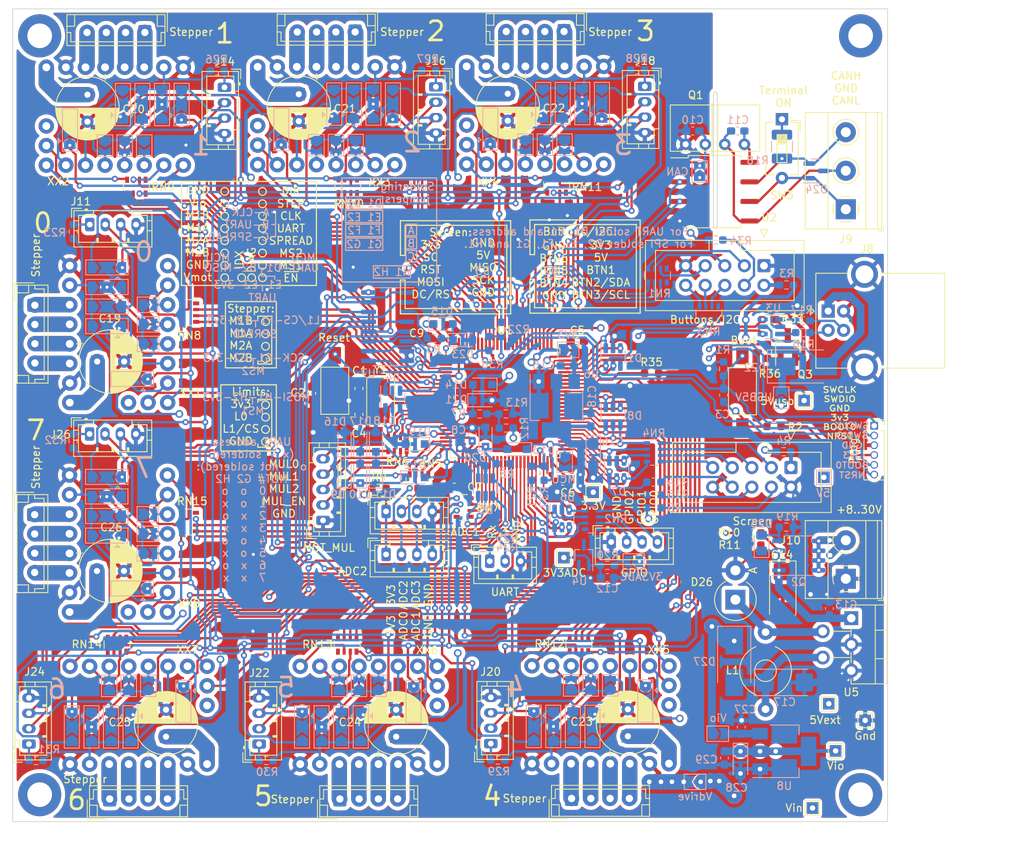
<source format=kicad_pcb>
(kicad_pcb (version 20211014) (generator pcbnew)

  (general
    (thickness 4.69)
  )

  (paper "A4")
  (layers
    (0 "F.Cu" signal)
    (1 "In1.Cu" power "Ground.Cu")
    (2 "In2.Cu" power "Power.Cu")
    (31 "B.Cu" signal)
    (32 "B.Adhes" user "B.Adhesive")
    (33 "F.Adhes" user "F.Adhesive")
    (34 "B.Paste" user)
    (35 "F.Paste" user)
    (36 "B.SilkS" user "B.Silkscreen")
    (37 "F.SilkS" user "F.Silkscreen")
    (38 "B.Mask" user)
    (39 "F.Mask" user)
    (40 "Dwgs.User" user "User.Drawings")
    (41 "Cmts.User" user "User.Comments")
    (42 "Eco1.User" user "User.Eco1")
    (43 "Eco2.User" user "User.Eco2")
    (44 "Edge.Cuts" user)
    (45 "Margin" user)
    (46 "B.CrtYd" user "B.Courtyard")
    (47 "F.CrtYd" user "F.Courtyard")
    (48 "B.Fab" user)
    (49 "F.Fab" user)
    (50 "User.1" user)
    (51 "User.2" user)
    (52 "User.3" user)
    (53 "User.4" user)
    (54 "User.5" user)
    (55 "User.6" user)
    (56 "User.7" user)
    (57 "User.8" user)
    (58 "User.9" user)
  )

  (setup
    (stackup
      (layer "F.SilkS" (type "Top Silk Screen"))
      (layer "F.Paste" (type "Top Solder Paste"))
      (layer "F.Mask" (type "Top Solder Mask") (thickness 0.01))
      (layer "F.Cu" (type "copper") (thickness 0.035))
      (layer "dielectric 1" (type "core") (thickness 1.51) (material "FR4") (epsilon_r 4.5) (loss_tangent 0.02))
      (layer "In1.Cu" (type "copper") (thickness 0.035))
      (layer "dielectric 2" (type "prepreg") (thickness 1.51) (material "FR4") (epsilon_r 4.5) (loss_tangent 0.02))
      (layer "In2.Cu" (type "copper") (thickness 0.035))
      (layer "dielectric 3" (type "core") (thickness 1.51) (material "FR4") (epsilon_r 4.5) (loss_tangent 0.02))
      (layer "B.Cu" (type "copper") (thickness 0.035))
      (layer "B.Mask" (type "Bottom Solder Mask") (thickness 0.01))
      (layer "B.Paste" (type "Bottom Solder Paste"))
      (layer "B.SilkS" (type "Bottom Silk Screen"))
      (copper_finish "None")
      (dielectric_constraints no)
    )
    (pad_to_mask_clearance 0)
    (pcbplotparams
      (layerselection 0x00010fc_ffffffff)
      (disableapertmacros false)
      (usegerberextensions false)
      (usegerberattributes true)
      (usegerberadvancedattributes true)
      (creategerberjobfile true)
      (svguseinch false)
      (svgprecision 6)
      (excludeedgelayer true)
      (plotframeref false)
      (viasonmask false)
      (mode 1)
      (useauxorigin false)
      (hpglpennumber 1)
      (hpglpenspeed 20)
      (hpglpendiameter 15.000000)
      (dxfpolygonmode true)
      (dxfimperialunits true)
      (dxfusepcbnewfont true)
      (psnegative false)
      (psa4output false)
      (plotreference true)
      (plotvalue true)
      (plotinvisibletext false)
      (sketchpadsonfab false)
      (subtractmaskfromsilk false)
      (outputformat 1)
      (mirror false)
      (drillshape 0)
      (scaleselection 1)
      (outputdirectory "gerbers/")
    )
  )

  (net 0 "")
  (net 1 "/MCU base/OSC_IN")
  (net 2 "GND")
  (net 3 "/MCU base/NRST")
  (net 4 "/MCU base/BOOT0")
  (net 5 "+3V3")
  (net 6 "/MCU base/OSC_OUT")
  (net 7 "unconnected-(D1-Pad4)")
  (net 8 "/MCU base/BTN1")
  (net 9 "/MCU base/BTN2_SDA")
  (net 10 "/MCU base/SWDIO")
  (net 11 "/MCU base/BTN3_SCL")
  (net 12 "/MCU base/SWCLK")
  (net 13 "M4_L0")
  (net 14 "M4_L1")
  (net 15 "/MCU base/BTN4")
  (net 16 "/MCU base/BTN5")
  (net 17 "/MCU base/BTN6")
  (net 18 "M3_L1")
  (net 19 "M3_L0")
  (net 20 "M2_L1")
  (net 21 "M2_L0")
  (net 22 "M1_L0")
  (net 23 "M1_L1")
  (net 24 "/MCU base/SCRN_DCRS")
  (net 25 "/MCU base/SCRN_SCK")
  (net 26 "/MCU base/SCRN_MISO")
  (net 27 "/MCU base/SCRN_MOSI")
  (net 28 "/MCU base/SCRN_RST")
  (net 29 "/MCU base/SCRN_CS")
  (net 30 "M6_L1")
  (net 31 "M6_L0")
  (net 32 "M5_L1")
  (net 33 "M5_L0")
  (net 34 "/MCU base/A0")
  (net 35 "/MCU base/A1")
  (net 36 "/MCU base/A2")
  (net 37 "/MCU base/A3")
  (net 38 "/MCU base/A4")
  (net 39 "/MCU base/A5")
  (net 40 "Net-(J1-Pad4)")
  (net 41 "Net-(J2-Pad2)")
  (net 42 "Net-(J2-Pad3)")
  (net 43 "Net-(J2-Pad5)")
  (net 44 "Net-(J2-Pad6)")
  (net 45 "Net-(J2-Pad7)")
  (net 46 "Net-(J2-Pad8)")
  (net 47 "ADC2")
  (net 48 "ADC3")
  (net 49 "ADC4")
  (net 50 "ADC5")
  (net 51 "+5V")
  (net 52 "ADC0")
  (net 53 "Vdrive")
  (net 54 "ADC1")
  (net 55 "unconnected-(RN1-Pad4)")
  (net 56 "unconnected-(RN1-Pad5)")
  (net 57 "MUL0")
  (net 58 "MUL1")
  (net 59 "MUL2")
  (net 60 "MUL_EN")
  (net 61 "M1_EN")
  (net 62 "M1_DIR")
  (net 63 "M1_STEP")
  (net 64 "+3.3VADC")
  (net 65 "TMC_SCK")
  (net 66 "TMC_MISO")
  (net 67 "TMC_MOSI")
  (net 68 "USART3_TX")
  (net 69 "M6_STEP")
  (net 70 "M6_DIR")
  (net 71 "M6_EN")
  (net 72 "M5_STEP")
  (net 73 "M5_DIR")
  (net 74 "M5_EN")
  (net 75 "USB_DM")
  (net 76 "USB_DP")
  (net 77 "M4_STEP")
  (net 78 "M4_EN")
  (net 79 "M4_DIR")
  (net 80 "CAN_RX")
  (net 81 "CAN_TX")
  (net 82 "USART2_TX")
  (net 83 "M3_DIR")
  (net 84 "M3_STEP")
  (net 85 "M3_EN")
  (net 86 "M2_STEP")
  (net 87 "M2_DIR")
  (net 88 "M2_EN")
  (net 89 "Net-(J2-Pad10)")
  (net 90 "Net-(C10-Pad1)")
  (net 91 "/MCU base/MOT_MUL0")
  (net 92 "/MCU base/MOT_MUL1")
  (net 93 "/MCU base/MOT_MUL2")
  (net 94 "/MCU base/MOT_MUL_EN")
  (net 95 "Net-(J6-Pad2)")
  (net 96 "Net-(J6-Pad3)")
  (net 97 "Net-(J6-Pad4)")
  (net 98 "Net-(J6-Pad5)")
  (net 99 "Net-(C11-Pad1)")
  (net 100 "Earth")
  (net 101 "Net-(C15-Pad1)")
  (net 102 "Net-(C17-Pad1)")
  (net 103 "Net-(D22-Pad1)")
  (net 104 "/VB")
  (net 105 "Net-(J3-Pad8)")
  (net 106 "/MCU base/OUT1")
  (net 107 "/MCU base/OUT0")
  (net 108 "/MCU base/OUT2")
  (net 109 "Net-(J7-Pad2)")
  (net 110 "Net-(J7-Pad3)")
  (net 111 "unconnected-(RN2-Pad4)")
  (net 112 "unconnected-(RN2-Pad5)")
  (net 113 "Net-(J7-Pad4)")
  (net 114 "/CANL")
  (net 115 "/CANH")
  (net 116 "Net-(D25-Pad2)")
  (net 117 "Net-(D26-Pad1)")
  (net 118 "Net-(J3-Pad1)")
  (net 119 "Net-(J3-Pad3)")
  (net 120 "Net-(J3-Pad4)")
  (net 121 "Net-(J3-Pad5)")
  (net 122 "Net-(J3-Pad6)")
  (net 123 "Net-(J3-Pad7)")
  (net 124 "Net-(J3-Pad9)")
  (net 125 "Net-(J4-Pad1)")
  (net 126 "Net-(J8-Pad2)")
  (net 127 "Net-(J8-Pad3)")
  (net 128 "Net-(J10-Pad2)")
  (net 129 "Net-(JP4-Pad2)")
  (net 130 "/Motors/Vm")
  (net 131 "/Motors/USART0-3")
  (net 132 "/Motors/MOSI")
  (net 133 "Net-(JP8-Pad1)")
  (net 134 "/Motors/SCK")
  (net 135 "Net-(JP13-Pad1)")
  (net 136 "/Motors/MISO")
  (net 137 "unconnected-(RN8-Pad8)")
  (net 138 "unconnected-(RN8-Pad1)")
  (net 139 "Net-(R16-Pad2)")
  (net 140 "Net-(R17-Pad2)")
  (net 141 "Net-(R18-Pad1)")
  (net 142 "/Motors/USART4-7")
  (net 143 "/Motors/DIAG4")
  (net 144 "/Motors/DIAG6")
  (net 145 "/Motors/DIAG7")
  (net 146 "/Motors/DIAG5")
  (net 147 "/Motors/DIAG3")
  (net 148 "/Motors/DIAG0")
  (net 149 "/Motors/DIAG1")
  (net 150 "/Motors/DIAG2")
  (net 151 "unconnected-(XX1-Pad18)")
  (net 152 "/Motors/stepper_M1/U")
  (net 153 "Net-(J11-Pad1)")
  (net 154 "/Motors/stepper_M1/~{ENx}")
  (net 155 "/Motors/stepper_M1/STEPx")
  (net 156 "/Motors/stepper_M1/DIRx")
  (net 157 "/MCU base/USART1_RX")
  (net 158 "/Motors/stepper_M1/MS1")
  (net 159 "/Motors/stepper_M1/MS2")
  (net 160 "/Motors/stepper_M1/SPR")
  (net 161 "/Motors/stepper_M1/CLK")
  (net 162 "/MCU base/USART1_TX")
  (net 163 "Net-(J13-Pad2)")
  (net 164 "Net-(J13-Pad1)")
  (net 165 "M0_L1")
  (net 166 "M0_L0")
  (net 167 "Net-(J12-Pad4)")
  (net 168 "Net-(J12-Pad3)")
  (net 169 "Net-(J12-Pad2)")
  (net 170 "Net-(J12-Pad1)")
  (net 171 "M0_STEP")
  (net 172 "M0_DIR")
  (net 173 "M0_EN")
  (net 174 "M7_L0")
  (net 175 "M7_L1")
  (net 176 "M7_DIR")
  (net 177 "M7_EN")
  (net 178 "M7_STEP")
  (net 179 "MCU3v3")
  (net 180 "unconnected-(RN7-Pad5)")
  (net 181 "unconnected-(RN7-Pad4)")
  (net 182 "Net-(J14-Pad1)")
  (net 183 "Net-(J15-Pad1)")
  (net 184 "Net-(J15-Pad2)")
  (net 185 "Net-(J15-Pad3)")
  (net 186 "Net-(J15-Pad4)")
  (net 187 "Net-(JP16-Pad1)")
  (net 188 "/Motors/stepper_M2/U")
  (net 189 "/Motors/stepper_M2/MS1")
  (net 190 "/Motors/stepper_M2/MS2")
  (net 191 "/Motors/stepper_M2/SPR")
  (net 192 "Net-(JP21-Pad1)")
  (net 193 "/Motors/stepper_M2/CLK")
  (net 194 "/Motors/stepper_M2/DIRx")
  (net 195 "/Motors/stepper_M2/STEPx")
  (net 196 "/Motors/stepper_M2/~{ENx}")
  (net 197 "unconnected-(RN9-Pad1)")
  (net 198 "unconnected-(RN9-Pad8)")
  (net 199 "unconnected-(XX2-Pad18)")
  (net 200 "Net-(J16-Pad1)")
  (net 201 "Net-(J17-Pad1)")
  (net 202 "Net-(J17-Pad2)")
  (net 203 "Net-(J17-Pad3)")
  (net 204 "Net-(J17-Pad4)")
  (net 205 "Net-(JP24-Pad1)")
  (net 206 "/Motors/stepper_M3/U")
  (net 207 "/Motors/stepper_M3/MS1")
  (net 208 "/Motors/stepper_M3/MS2")
  (net 209 "/Motors/stepper_M3/SPR")
  (net 210 "Net-(JP29-Pad1)")
  (net 211 "/Motors/stepper_M3/CLK")
  (net 212 "unconnected-(RN10-Pad1)")
  (net 213 "/Motors/stepper_M3/DIRx")
  (net 214 "/Motors/stepper_M3/STEPx")
  (net 215 "/Motors/stepper_M3/~{ENx}")
  (net 216 "unconnected-(RN10-Pad8)")
  (net 217 "unconnected-(XX3-Pad18)")
  (net 218 "Net-(J18-Pad1)")
  (net 219 "Net-(J19-Pad1)")
  (net 220 "Net-(J19-Pad2)")
  (net 221 "Net-(J19-Pad3)")
  (net 222 "Net-(J19-Pad4)")
  (net 223 "Net-(JP32-Pad1)")
  (net 224 "/Motors/stepper_M4/U")
  (net 225 "/Motors/stepper_M4/MS1")
  (net 226 "/Motors/stepper_M4/MS2")
  (net 227 "/Motors/stepper_M4/SPR")
  (net 228 "Net-(JP37-Pad1)")
  (net 229 "/Motors/stepper_M4/CLK")
  (net 230 "unconnected-(RN11-Pad1)")
  (net 231 "/Motors/stepper_M4/DIRx")
  (net 232 "/Motors/stepper_M4/STEPx")
  (net 233 "/Motors/stepper_M4/~{ENx}")
  (net 234 "unconnected-(RN11-Pad8)")
  (net 235 "unconnected-(XX4-Pad18)")
  (net 236 "Net-(J20-Pad1)")
  (net 237 "Net-(J21-Pad1)")
  (net 238 "Net-(J21-Pad2)")
  (net 239 "Net-(J21-Pad3)")
  (net 240 "Net-(J21-Pad4)")
  (net 241 "Net-(JP40-Pad1)")
  (net 242 "/Motors/stepper_M5/U")
  (net 243 "/Motors/stepper_M5/MS1")
  (net 244 "/Motors/stepper_M5/MS2")
  (net 245 "/Motors/stepper_M5/SPR")
  (net 246 "Net-(JP45-Pad1)")
  (net 247 "/Motors/stepper_M5/CLK")
  (net 248 "unconnected-(RN12-Pad1)")
  (net 249 "/Motors/stepper_M5/DIRx")
  (net 250 "/Motors/stepper_M5/STEPx")
  (net 251 "/Motors/stepper_M5/~{ENx}")
  (net 252 "unconnected-(RN12-Pad8)")
  (net 253 "unconnected-(XX5-Pad18)")
  (net 254 "Net-(J22-Pad1)")
  (net 255 "Net-(J23-Pad1)")
  (net 256 "Net-(J23-Pad2)")
  (net 257 "Net-(J23-Pad3)")
  (net 258 "Net-(J23-Pad4)")
  (net 259 "Net-(JP48-Pad1)")
  (net 260 "/Motors/stepper_M6/U")
  (net 261 "/Motors/stepper_M6/MS1")
  (net 262 "/Motors/stepper_M6/MS2")
  (net 263 "/Motors/stepper_M6/SPR")
  (net 264 "Net-(JP53-Pad1)")
  (net 265 "/Motors/stepper_M6/CLK")
  (net 266 "unconnected-(RN13-Pad1)")
  (net 267 "/Motors/stepper_M6/DIRx")
  (net 268 "/Motors/stepper_M6/STEPx")
  (net 269 "/Motors/stepper_M6/~{ENx}")
  (net 270 "unconnected-(RN13-Pad8)")
  (net 271 "unconnected-(XX6-Pad18)")
  (net 272 "Net-(J24-Pad1)")
  (net 273 "Net-(J25-Pad1)")
  (net 274 "Net-(J25-Pad2)")
  (net 275 "Net-(J25-Pad3)")
  (net 276 "Net-(J25-Pad4)")
  (net 277 "Net-(JP56-Pad1)")
  (net 278 "/Motors/stepper_M7/U")
  (net 279 "/Motors/stepper_M7/MS1")
  (net 280 "/Motors/stepper_M7/MS2")
  (net 281 "/Motors/stepper_M7/SPR")
  (net 282 "Net-(JP61-Pad1)")
  (net 283 "/Motors/stepper_M7/CLK")
  (net 284 "unconnected-(RN14-Pad1)")
  (net 285 "/Motors/stepper_M7/DIRx")
  (net 286 "/Motors/stepper_M7/STEPx")
  (net 287 "/Motors/stepper_M7/~{ENx}")
  (net 288 "unconnected-(RN14-Pad8)")
  (net 289 "unconnected-(XX7-Pad18)")
  (net 290 "Net-(J26-Pad1)")
  (net 291 "Net-(J27-Pad1)")
  (net 292 "Net-(J27-Pad2)")
  (net 293 "Net-(J27-Pad3)")
  (net 294 "Net-(J27-Pad4)")
  (net 295 "Net-(JP64-Pad1)")
  (net 296 "/Motors/stepper_M8/U")
  (net 297 "/Motors/stepper_M8/MS1")
  (net 298 "/Motors/stepper_M8/MS2")
  (net 299 "/Motors/stepper_M8/SPR")
  (net 300 "Net-(JP69-Pad1)")
  (net 301 "/Motors/stepper_M8/CLK")
  (net 302 "unconnected-(RN15-Pad1)")
  (net 303 "/Motors/stepper_M8/DIRx")
  (net 304 "/Motors/stepper_M8/STEPx")
  (net 305 "/Motors/stepper_M8/~{ENx}")
  (net 306 "unconnected-(RN15-Pad8)")
  (net 307 "unconnected-(XX8-Pad18)")
  (net 308 "/MCU base/Diagn")
  (net 309 "DIAGNOST")
  (net 310 "Net-(C27-Pad1)")
  (net 311 "Vio")
  (net 312 "Net-(Q3-Pad1)")
  (net 313 "Net-(J2-Pad4)")
  (net 314 "Net-(Q3-Pad3)")
  (net 315 "/MCU base/DPPU")
  (net 316 "unconnected-(RN3-Pad1)")
  (net 317 "unconnected-(RN3-Pad8)")

  (footprint "Capacitor_SMD:C_0603_1608Metric_Pad1.08x0.95mm_HandSolder" (layer "F.Cu") (at 110.8975 79.502))

  (footprint "Connector_JST:JST_EH_B4B-EH-A_1x04_P2.50mm_Vertical" (layer "F.Cu") (at 99.921075 41.501827 180))

  (footprint "Connector_JST:JST_EH_B4B-EH-A_1x04_P2.50mm_Vertical" (layer "F.Cu") (at 58.374 76.974 -90))

  (footprint "Connector_JST:JST_PH_B5B-PH-K_1x05_P2.00mm_Vertical" (layer "F.Cu") (at 95.758 104.902 90))

  (footprint "Connector_IDC:IDC-Header_2x05_P2.54mm_Vertical" (layer "F.Cu") (at 152.9588 71.8407 -90))

  (footprint "Button_Switch_SMD:SW_SPST_FSMSM" (layer "F.Cu") (at 150.1648 88.138 -90))

  (footprint "Connector_JST:JST_PH_B4B-PH-K_1x04_P2.00mm_Vertical" (layer "F.Cu") (at 87.466 133.934 90))

  (footprint "MountingHole:MountingHole_3.2mm_M3_DIN965_Pad" (layer "F.Cu") (at 165.5 140.5))

  (footprint "Resistor_SMD:R_0603_1608Metric_Pad0.98x0.95mm_HandSolder" (layer "F.Cu") (at 153.416 82.9564 -90))

  (footprint "Button_Switch_THT:SW_DIP_SPSTx01_Slide_6.7x4.1mm_W7.62mm_P2.54mm_LowProfile" (layer "F.Cu") (at 155.2956 52.832 -90))

  (footprint "Capacitor_THT:CP_Radial_D8.0mm_P3.50mm" (layer "F.Cu") (at 105.246 132.978 90))

  (footprint "Connector_JST:JST_PH_B4B-PH-K_1x04_P2.00mm_Vertical" (layer "F.Cu") (at 103.934 103.7336))

  (footprint "Connector_JST:JST_PH_B4B-PH-K_1x04_P2.00mm_Vertical" (layer "F.Cu") (at 65.5 66.5))

  (footprint "stepper:stepper_module" (layer "F.Cu") (at 131.75 130.124 -90))

  (footprint "Resistor_SMD:R_Array_Convex_4x0603" (layer "F.Cu") (at 126.07045 61.46 -90))

  (footprint "Connector_JST:JST_PH_B3B-PH-K_1x03_P2.00mm_Vertical" (layer "F.Cu") (at 117.38 110.194))

  (footprint "stepper:stepper_module" (layer "F.Cu") (at 69.222 107.9116 180))

  (footprint "stepper:stepper_module" (layer "F.Cu") (at 96.171075 52.377827 90))

  (footprint "Resistor_SMD:R_Array_Convex_4x0603" (layer "F.Cu") (at 113.9952 103.2256))

  (footprint "TerminalBlock_Phoenix:TerminalBlock_Phoenix_MKDS-1,5-2_1x02_P5.00mm_Horizontal" (layer "F.Cu") (at 163.576 112.482 90))

  (footprint "Resistor_SMD:R_0603_1608Metric_Pad0.98x0.95mm_HandSolder" (layer "F.Cu") (at 153.6173 78.8416 180))

  (footprint "Connector_IDC:IDC-Header_2x05_P2.54mm_Vertical" (layer "F.Cu") (at 156.464 98.044 -90))

  (footprint "Package_TO_SOT_SMD:SOT-23_Handsoldering" (layer "F.Cu") (at 156.0576 82.3976 90))

  (footprint "TestPoint:TestPoint_THTPad_1.5x1.5mm_Drill0.7mm" (layer "F.Cu") (at 166.0906 130.8608))

  (footprint "Connector_PinSocket_1.27mm:PinSocket_1x06_P1.27mm_Vertical" (layer "F.Cu") (at 167.2586 92.6084))

  (footprint "Connector_JST:JST_PH_B4B-PH-K_1x04_P2.00mm_Vertical" (layer "F.Cu") (at 57.604925 133.934 90))

  (footprint "Package_QFP:LQFP-100_14x14mm_P0.5mm" (layer "F.Cu") (at 119.38 89.662))

  (footprint "MountingHole:MountingHole_3.2mm_M3_DIN965_Pad" (layer "F.Cu") (at 59 42))

  (footprint "Capacitor_THT:CP_Radial_D8.0mm_P3.50mm" (layer "F.Cu")
    (tedit 5AE50EF0) (tstamp 54feca81-afb3-4fb5-84f6-1707a4e4bb1b)
    (at 135.306 132.918 90)
    (descr "CP, Radial series, Radial, pin pitch=3.50mm, , diameter=8mm, Electrolytic Capacitor")
    (tags "CP Radial series Radial pin pitch 3.50mm  diameter 8mm Electrolytic Capacitor")
    (property "Sheetfile" "stepper_M.kicad_sch")
    (property "Sheetname" "stepper_M5")
    (path "/cf2c4fa9-a57e-4812-ae0c-3db57f6071a5/f8c6e88c-0183-4d2e-a3ca-39251d1701fb/028c2f35-a9b0-4aaf-988c-ea6dbc478016")
    (attr through_hole)
    (fp_text reference "C23" (at 1.8796 -5.9944) (layer "F.SilkS")
      (effects (font (size 1 1) (thickness 0.15)))
      (tstamp 7b4a4239-8607-4022-a212-bb8c6f16fa63)
    )
    (fp_text value "100u 35V" (at 1.75 5.25 90) (layer "F.Fab")
      (effects (font (size 1 1) (thickness 0.15)))
      (tstamp 96bf238f-4f4f-4f68-869e-10ec7b2d590d)
    )
    (fp_text user "${REFERENCE}" (at 1.75 0 90) (layer "F.Fab")
      (effects (font (size 1 1) (thickness 0.15)))
      (tstamp 428b2f70-031d-4d8d-bc9a-f057fe618982)
    )
    (fp_line (start 4.591 -2.945) (end 4.591 2.945) (layer "F.SilkS") (width 0.12) (tstamp 0341b80b-a284-4b79-b869-1fbf37caf697))
    (fp_line (start 2.35 -4.037) (end 2.35 4.037) (layer "F.SilkS") (width 0.12) (tstamp 06b8dc57-b8af-459b-9742-9a75215ed786))
    (fp_line (start 3.311 1.04) (end 3.311 3.774) (layer "F.SilkS") (width 0.12) (tstamp 08853ffb-610d-4058-a7ed-810ede818c32))
    (fp_line (start 3.711 -3.584) (end 3.711 -1.04) (layer "F.SilkS") (width 0.12) (tstamp 0a250321-2a40-4ea7-803e-597c67b3a908))
    (fp_line (start 3.551 -3.666) (end 3.551 -1.04) (layer "F.SilkS") (width 0.12) (tstamp 0ad097ec-cb29-4fde-8e11-c565a582b3c9))
    (fp_line (start 4.031 -3.392) (end 4.031 -1.04) (layer "F.SilkS") (width 0.12) (tstamp 0ad5b517-6afc-415d-b906-428f1cf86026))
    (fp_line (start 4.951 -2.556) (end 4.951 2.556) (layer "F.SilkS") (width 0.1
... [8777252 chars truncated]
</source>
